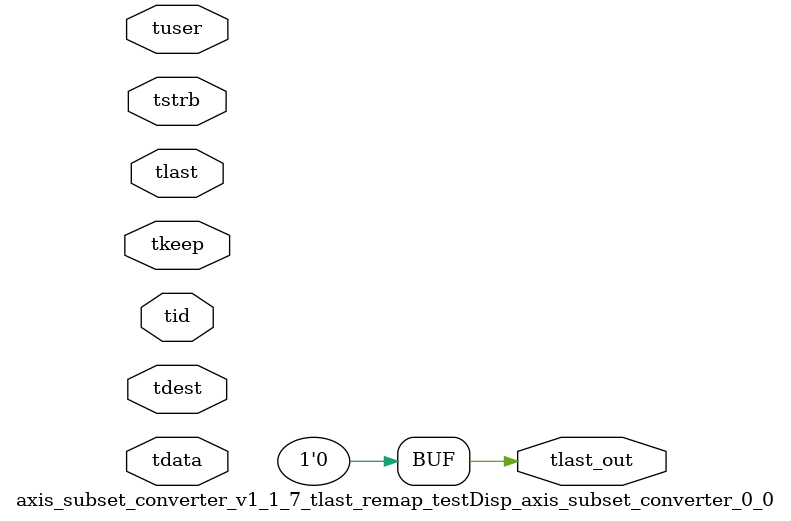
<source format=v>


`timescale 1ps/1ps

module axis_subset_converter_v1_1_7_tlast_remap_testDisp_axis_subset_converter_0_0 #
(
parameter C_S_AXIS_TID_WIDTH   = 1,
parameter C_S_AXIS_TUSER_WIDTH = 0,
parameter C_S_AXIS_TDATA_WIDTH = 0,
parameter C_S_AXIS_TDEST_WIDTH = 0
)
(
input  [(C_S_AXIS_TID_WIDTH   == 0 ? 1 : C_S_AXIS_TID_WIDTH)-1:0       ] tid,
input  [(C_S_AXIS_TDATA_WIDTH == 0 ? 1 : C_S_AXIS_TDATA_WIDTH)-1:0     ] tdata,
input  [(C_S_AXIS_TUSER_WIDTH == 0 ? 1 : C_S_AXIS_TUSER_WIDTH)-1:0     ] tuser,
input  [(C_S_AXIS_TDEST_WIDTH == 0 ? 1 : C_S_AXIS_TDEST_WIDTH)-1:0     ] tdest,
input  [(C_S_AXIS_TDATA_WIDTH/8)-1:0 ] tkeep,
input  [(C_S_AXIS_TDATA_WIDTH/8)-1:0 ] tstrb,
input  [0:0]                                                             tlast,
output                                                                   tlast_out
);

assign tlast_out = {1'b0};

endmodule


</source>
